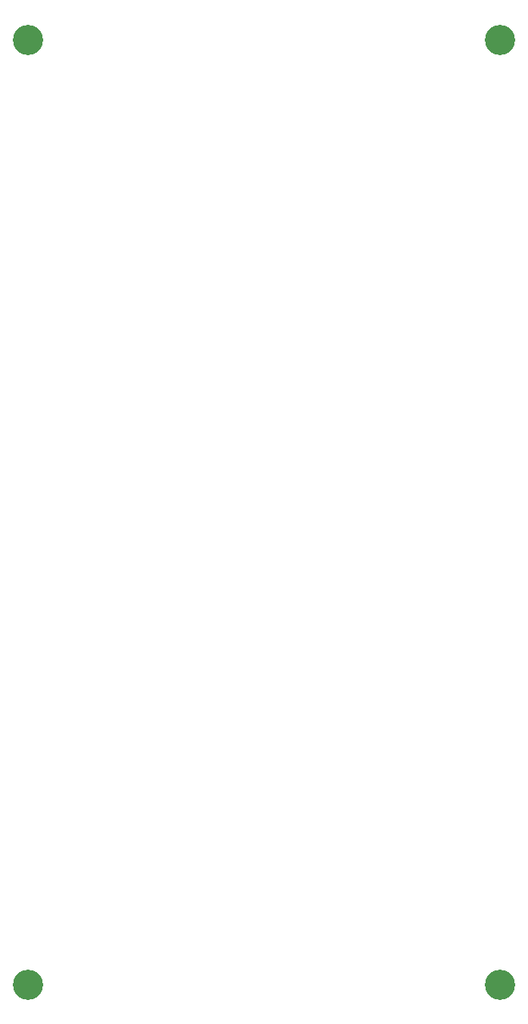
<source format=gbr>
%TF.GenerationSoftware,KiCad,Pcbnew,5.1.10*%
%TF.CreationDate,2021-12-05T17:02:08-05:00*%
%TF.ProjectId,display,64697370-6c61-4792-9e6b-696361645f70,v1.0*%
%TF.SameCoordinates,Original*%
%TF.FileFunction,Soldermask,Top*%
%TF.FilePolarity,Negative*%
%FSLAX46Y46*%
G04 Gerber Fmt 4.6, Leading zero omitted, Abs format (unit mm)*
G04 Created by KiCad (PCBNEW 5.1.10) date 2021-12-05 17:02:08*
%MOMM*%
%LPD*%
G01*
G04 APERTURE LIST*
%ADD10C,3.200000*%
G04 APERTURE END LIST*
D10*
%TO.C,H1*%
X195000000Y-80000000D03*
%TD*%
%TO.C,H2*%
X245000000Y-80000000D03*
%TD*%
%TO.C,H3*%
X195000000Y-180000000D03*
%TD*%
%TO.C,H4*%
X245000000Y-180000000D03*
%TD*%
M02*

</source>
